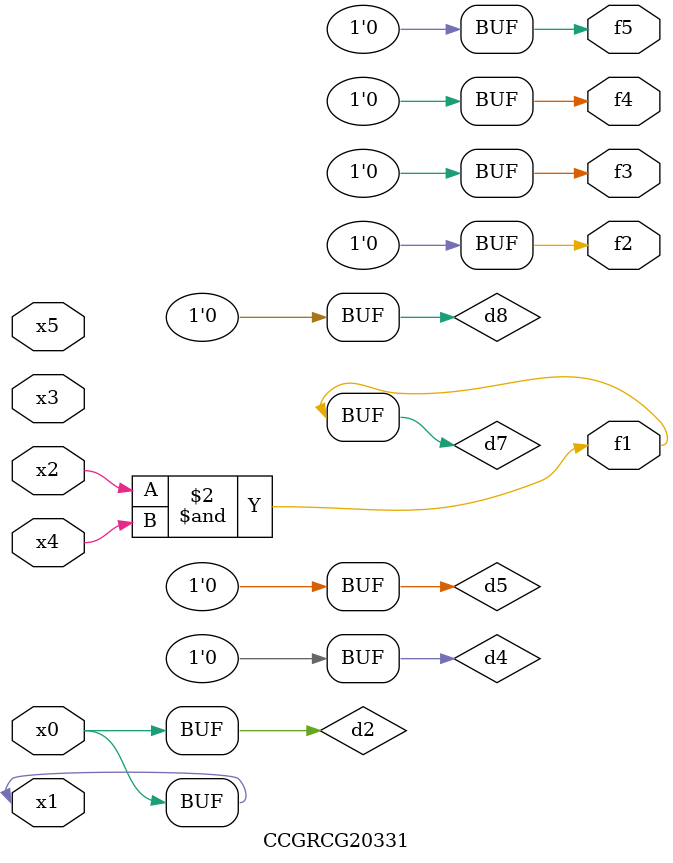
<source format=v>
module CCGRCG20331(
	input x0, x1, x2, x3, x4, x5,
	output f1, f2, f3, f4, f5
);

	wire d1, d2, d3, d4, d5, d6, d7, d8, d9;

	nand (d1, x1);
	buf (d2, x0, x1);
	nand (d3, x2, x4);
	and (d4, d1, d2);
	and (d5, d1, d2);
	nand (d6, d1, d3);
	not (d7, d3);
	xor (d8, d5);
	nor (d9, d5, d6);
	assign f1 = d7;
	assign f2 = d8;
	assign f3 = d8;
	assign f4 = d8;
	assign f5 = d8;
endmodule

</source>
